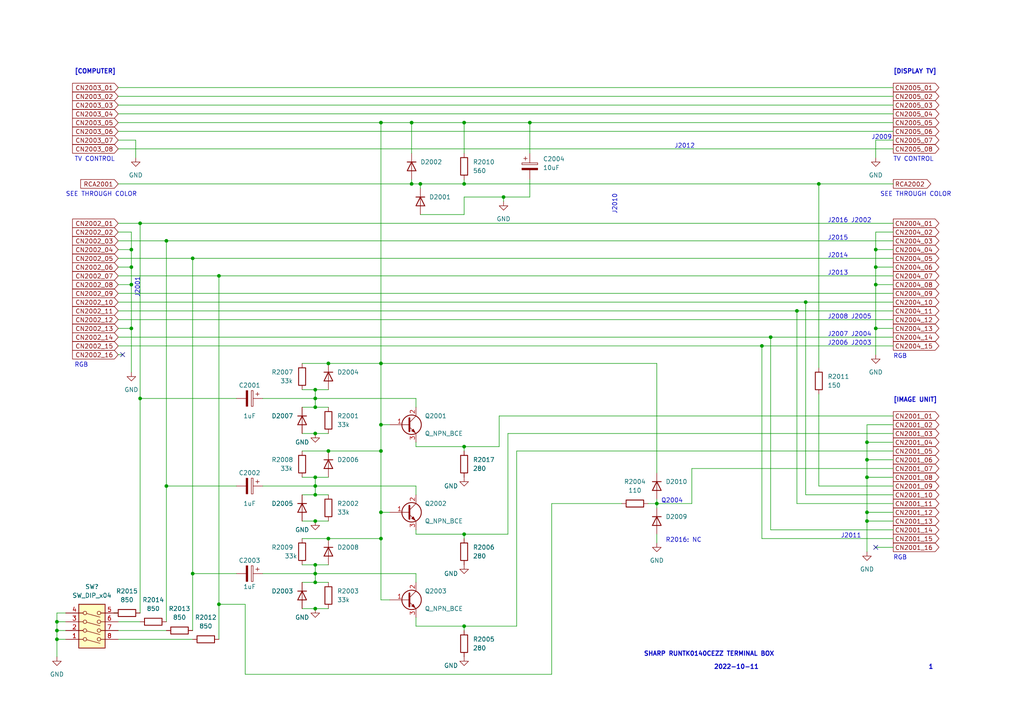
<source format=kicad_sch>
(kicad_sch (version 20211123) (generator eeschema)
  (paper "A4")
  (lib_symbols
    (symbol "Device:C_Polarized" (pin_numbers hide) (pin_names (offset 0.254))
      (property "Reference" "C" (at 0.635 2.54 0))
      (property "Value" "C_Polarized" (at 0.635 -2.54 0))
      (symbol "C_Polarized_0_1"
        (rectangle (start -2.286 0.508) (end 2.286 1.016))
        (polyline (pts (xy -1.778 2.286) (xy -0.762 2.286)))
        (polyline (pts (xy -1.27 2.794) (xy -1.27 1.778)))
        (rectangle (start 2.286 -0.508) (end -2.286 -1.016) (fill (type outline)))
      )
      (symbol "C_Polarized_1_1"
        (pin passive line (at 0 3.81 270) (length 2.794) (name "~") (number "1"))
        (pin passive line (at 0 -3.81 90) (length 2.794) (name "~") (number "2"))
      )
    )
    (symbol "Device:D" (pin_numbers hide) (pin_names (offset 1.016) hide)
      (property "Reference" "D" (at 0 2.54 0))
      (property "Value" "D" (at 0 -2.54 0))
      (symbol "D_0_1"
        (polyline (pts (xy -1.27 1.27) (xy -1.27 -1.27)) (stroke (width 0.254)))
        (polyline (pts (xy 1.27 0) (xy -1.27 0)))
        (polyline (pts (xy 1.27 1.27) (xy 1.27 -1.27) (xy -1.27 0) (xy 1.27 1.27)) (stroke (width 0.254)))
      )
      (symbol "D_1_1"
        (pin passive line (at -3.81 0 0) (length 2.54) (name "K") (number "1"))
        (pin passive line (at 3.81 0 180) (length 2.54) (name "A") (number "2"))
      )
    )
    (symbol "Device:Q_NPN_BCE" (pin_names (offset 0) hide)
      (property "Reference" "Q" (at 5.08 1.27 0))
      (property "Value" "Q_NPN_BCE" (at 5.08 -1.27 0))
      (symbol "Q_NPN_BCE_0_1"
        (polyline (pts (xy 0.635 0.635) (xy 2.54 2.54)))
        (polyline (pts (xy 0.635 -0.635) (xy 2.54 -2.54) (xy 2.54 -2.54)))
        (polyline (pts (xy 0.635 1.905) (xy 0.635 -1.905) (xy 0.635 -1.905)) (stroke (width 0.508)))
        (polyline (pts (xy 1.27 -1.778) (xy 1.778 -1.27) (xy 2.286 -2.286) (xy 1.27 -1.778) (xy 1.27 -1.778)) (fill (type outline)))
        (circle (center 1.27 0) (radius 2.8194) (stroke (width 0.254)))
      )
      (symbol "Q_NPN_BCE_1_1"
        (pin input line (at -5.08 0 0) (length 5.715) (name "B") (number "1"))
        (pin passive line (at 2.54 5.08 270) (length 2.54) (name "C") (number "2"))
        (pin passive line (at 2.54 -5.08 90) (length 2.54) (name "E") (number "3"))
      )
    )
    (symbol "Device:R" (pin_numbers hide) (pin_names (offset 0))
      (property "Reference" "R" (at 2.032 0 90))
      (property "Value" "R" (at 0 0 90))
      (symbol "R_0_1"
        (rectangle (start -1.016 -2.54) (end 1.016 2.54) (stroke (width 0.254)))
      )
      (symbol "R_1_1"
        (pin passive line (at 0 3.81 270) (length 1.27) (name "~") (number "1"))
        (pin passive line (at 0 -3.81 90) (length 1.27) (name "~") (number "2"))
      )
    )
    (symbol "Switch:SW_DIP_x04" (pin_names (offset 0) hide)
      (property "Reference" "SW" (at 0 8.89 0))
      (property "Value" "SW_DIP_x04" (at 0 -6.35 0))
      (symbol "SW_DIP_x04_0_0"
        (circle (center -2.032 -2.54) (radius 0.508))
        (circle (center -2.032 0) (radius 0.508))
        (circle (center -2.032 2.54) (radius 0.508))
        (circle (center -2.032 5.08) (radius 0.508))
        (polyline (pts (xy -1.524 -2.3876) (xy 2.3622 -1.3462)))
        (polyline (pts (xy -1.524 0.127) (xy 2.3622 1.1684)))
        (polyline (pts (xy -1.524 2.667) (xy 2.3622 3.7084)))
        (polyline (pts (xy -1.524 5.207) (xy 2.3622 6.2484)))
        (circle (center 2.032 -2.54) (radius 0.508))
        (circle (center 2.032 0) (radius 0.508))
        (circle (center 2.032 2.54) (radius 0.508))
        (circle (center 2.032 5.08) (radius 0.508))
      )
      (symbol "SW_DIP_x04_0_1"
        (rectangle (start -3.81 7.62) (end 3.81 -5.08) (stroke (width 0.254)) (fill (type background)))
      )
      (symbol "SW_DIP_x04_1_1"
        (pin passive line (at -7.62 5.08 0) (length 5.08) (name "~") (number "1"))
        (pin passive line (at -7.62 2.54 0) (length 5.08) (name "~") (number "2"))
        (pin passive line (at -7.62 0 0) (length 5.08) (name "~") (number "3"))
        (pin passive line (at -7.62 -2.54 0) (length 5.08) (name "~") (number "4"))
        (pin passive line (at 7.62 -2.54 180) (length 5.08) (name "~") (number "5"))
        (pin passive line (at 7.62 0 180) (length 5.08) (name "~") (number "6"))
        (pin passive line (at 7.62 2.54 180) (length 5.08) (name "~") (number "7"))
        (pin passive line (at 7.62 5.08 180) (length 5.08) (name "~") (number "8"))
      )
    )
    (symbol "power:GND" (power) (pin_names (offset 0))
      (property "Value" "GND" (at 0 -3.81 0))
      (symbol "GND_0_1"
        (polyline (pts (xy 0 0) (xy 0 -1.27) (xy 1.27 -1.27) (xy 0 -2.54) (xy -1.27 -1.27) (xy 0 -1.27)))
      )
      (symbol "GND_1_1"
        (pin power_in line (at 0 0 270) (length 0) hide (name "GND") (number "1"))
      )
    )
  )
  (junction (at 231.14 90.17))
  (junction (at 153.67 35.56))
  (junction (at 110.49 130.81))
  (junction (at 55.88 74.93))
  (junction (at 220.98 100.33))
  (junction (at 63.5 175.26))
  (junction (at 63.5 80.01))
  (junction (at 91.44 125.73))
  (junction (at 251.46 128.27))
  (junction (at 91.44 115.57))
  (junction (at 251.46 138.43))
  (junction (at 38.1 82.55))
  (junction (at 119.38 35.56))
  (junction (at 190.5 146.05))
  (junction (at 251.46 151.13))
  (junction (at 119.38 53.34))
  (junction (at 40.64 64.77))
  (junction (at 95.25 105.41))
  (junction (at 38.1 72.39))
  (junction (at 91.44 113.03))
  (junction (at 251.46 133.35))
  (junction (at 91.44 138.43))
  (junction (at 134.62 129.54))
  (junction (at 95.25 130.81))
  (junction (at 16.51 180.34))
  (junction (at 110.49 156.21))
  (junction (at 48.26 69.85))
  (junction (at 121.92 53.34))
  (junction (at 233.68 87.63))
  (junction (at 91.44 118.11))
  (junction (at 237.49 53.34))
  (junction (at 91.44 166.37))
  (junction (at 254 77.47))
  (junction (at 251.46 148.59))
  (junction (at 91.44 151.13))
  (junction (at 16.51 185.42))
  (junction (at 91.44 176.53))
  (junction (at 40.64 115.57))
  (junction (at 91.44 163.83))
  (junction (at 134.62 154.94))
  (junction (at 254 72.39))
  (junction (at 38.1 77.47))
  (junction (at 95.25 156.21))
  (junction (at 91.44 140.97))
  (junction (at 16.51 182.88))
  (junction (at 146.05 57.15))
  (junction (at 110.49 123.19))
  (junction (at 134.62 181.61))
  (junction (at 254 95.25))
  (junction (at 110.49 35.56))
  (junction (at 223.52 97.79))
  (junction (at 38.1 95.25))
  (junction (at 110.49 105.41))
  (junction (at 91.44 168.91))
  (junction (at 55.88 166.37))
  (junction (at 48.26 140.97))
  (junction (at 134.62 53.34))
  (junction (at 110.49 148.59))
  (junction (at 134.62 35.56))
  (junction (at 91.44 143.51))
  (junction (at 254 82.55))
  (no_connect (at 35.56 102.87))
  (no_connect (at 254 158.75))
  (wire (pts (xy 110.49 123.19) (xy 110.49 130.81)))
  (wire (pts (xy 144.78 120.65) (xy 144.78 129.54)))
  (wire (pts (xy 134.62 53.34) (xy 237.49 53.34)))
  (wire (pts (xy 113.03 148.59) (xy 110.49 148.59)))
  (wire (pts (xy 220.98 100.33) (xy 220.98 156.21)))
  (wire (pts (xy 34.29 77.47) (xy 38.1 77.47)))
  (wire (pts (xy 190.5 146.05) (xy 190.5 147.32)))
  (wire (pts (xy 91.44 115.57) (xy 91.44 118.11)))
  (wire (pts (xy 71.12 195.58) (xy 71.12 175.26)))
  (wire (pts (xy 119.38 35.56) (xy 134.62 35.56)))
  (wire (pts (xy 87.63 151.13) (xy 91.44 151.13)))
  (wire (pts (xy 39.37 40.64) (xy 39.37 45.72)))
  (wire (pts (xy 259.08 82.55) (xy 254 82.55)))
  (wire (pts (xy 121.92 53.34) (xy 121.92 54.61)))
  (wire (pts (xy 259.08 125.73) (xy 147.32 125.73)))
  (wire (pts (xy 34.29 38.1) (xy 259.08 38.1)))
  (wire (pts (xy 254 72.39) (xy 259.08 72.39)))
  (wire (pts (xy 38.1 77.47) (xy 38.1 82.55)))
  (wire (pts (xy 119.38 35.56) (xy 119.38 44.45)))
  (wire (pts (xy 237.49 114.3) (xy 237.49 140.97)))
  (wire (pts (xy 120.65 179.07) (xy 120.65 181.61)))
  (wire (pts (xy 120.65 154.94) (xy 134.62 154.94)))
  (wire (pts (xy 134.62 62.23) (xy 134.62 57.15)))
  (wire (pts (xy 120.65 140.97) (xy 120.65 143.51)))
  (wire (pts (xy 91.44 151.13) (xy 95.25 151.13)))
  (wire (pts (xy 95.25 130.81) (xy 110.49 130.81)))
  (wire (pts (xy 110.49 156.21) (xy 95.25 156.21)))
  (wire (pts (xy 34.29 74.93) (xy 55.88 74.93)))
  (wire (pts (xy 120.65 128.27) (xy 120.65 129.54)))
  (wire (pts (xy 134.62 35.56) (xy 134.62 44.45)))
  (wire (pts (xy 144.78 129.54) (xy 134.62 129.54)))
  (wire (pts (xy 134.62 154.94) (xy 134.62 156.21)))
  (wire (pts (xy 187.96 146.05) (xy 190.5 146.05)))
  (wire (pts (xy 237.49 140.97) (xy 259.08 140.97)))
  (wire (pts (xy 91.44 138.43) (xy 91.44 140.97)))
  (wire (pts (xy 120.65 166.37) (xy 120.65 168.91)))
  (wire (pts (xy 134.62 154.94) (xy 147.32 154.94)))
  (wire (pts (xy 87.63 105.41) (xy 95.25 105.41)))
  (wire (pts (xy 120.65 115.57) (xy 120.65 118.11)))
  (wire (pts (xy 91.44 118.11) (xy 95.25 118.11)))
  (wire (pts (xy 134.62 57.15) (xy 146.05 57.15)))
  (wire (pts (xy 16.51 180.34) (xy 16.51 182.88)))
  (wire (pts (xy 254 67.31) (xy 254 72.39)))
  (wire (pts (xy 254 95.25) (xy 254 82.55)))
  (wire (pts (xy 251.46 128.27) (xy 251.46 133.35)))
  (wire (pts (xy 87.63 163.83) (xy 91.44 163.83)))
  (wire (pts (xy 40.64 64.77) (xy 259.08 64.77)))
  (wire (pts (xy 254 40.64) (xy 254 45.72)))
  (wire (pts (xy 220.98 100.33) (xy 259.08 100.33)))
  (wire (pts (xy 34.29 67.31) (xy 38.1 67.31)))
  (wire (pts (xy 87.63 130.81) (xy 95.25 130.81)))
  (wire (pts (xy 134.62 129.54) (xy 134.62 130.81)))
  (wire (pts (xy 180.34 146.05) (xy 160.02 146.05)))
  (wire (pts (xy 91.44 143.51) (xy 95.25 143.51)))
  (wire (pts (xy 34.29 82.55) (xy 38.1 82.55)))
  (wire (pts (xy 259.08 123.19) (xy 251.46 123.19)))
  (wire (pts (xy 120.65 153.67) (xy 120.65 154.94)))
  (wire (pts (xy 110.49 148.59) (xy 110.49 156.21)))
  (wire (pts (xy 231.14 90.17) (xy 259.08 90.17)))
  (wire (pts (xy 223.52 153.67) (xy 259.08 153.67)))
  (wire (pts (xy 200.66 146.05) (xy 190.5 146.05)))
  (wire (pts (xy 34.29 35.56) (xy 110.49 35.56)))
  (wire (pts (xy 34.29 33.02) (xy 259.08 33.02)))
  (wire (pts (xy 200.66 146.05) (xy 200.66 135.89)))
  (wire (pts (xy 110.49 156.21) (xy 110.49 173.99)))
  (wire (pts (xy 91.44 163.83) (xy 91.44 166.37)))
  (wire (pts (xy 220.98 156.21) (xy 259.08 156.21)))
  (wire (pts (xy 91.44 163.83) (xy 95.25 163.83)))
  (wire (pts (xy 153.67 52.07) (xy 153.67 57.15)))
  (wire (pts (xy 87.63 138.43) (xy 91.44 138.43)))
  (wire (pts (xy 91.44 113.03) (xy 95.25 113.03)))
  (wire (pts (xy 147.32 125.73) (xy 147.32 154.94)))
  (wire (pts (xy 121.92 53.34) (xy 134.62 53.34)))
  (wire (pts (xy 48.26 69.85) (xy 259.08 69.85)))
  (wire (pts (xy 40.64 115.57) (xy 40.64 177.8)))
  (wire (pts (xy 113.03 123.19) (xy 110.49 123.19)))
  (wire (pts (xy 71.12 175.26) (xy 63.5 175.26)))
  (wire (pts (xy 251.46 151.13) (xy 251.46 160.02)))
  (wire (pts (xy 223.52 97.79) (xy 259.08 97.79)))
  (wire (pts (xy 110.49 123.19) (xy 110.49 105.41)))
  (wire (pts (xy 91.44 176.53) (xy 95.25 176.53)))
  (wire (pts (xy 153.67 57.15) (xy 146.05 57.15)))
  (wire (pts (xy 254 95.25) (xy 254 102.87)))
  (wire (pts (xy 34.29 92.71) (xy 259.08 92.71)))
  (wire (pts (xy 149.86 130.81) (xy 259.08 130.81)))
  (wire (pts (xy 87.63 125.73) (xy 91.44 125.73)))
  (wire (pts (xy 144.78 120.65) (xy 259.08 120.65)))
  (wire (pts (xy 48.26 140.97) (xy 68.58 140.97)))
  (wire (pts (xy 34.29 100.33) (xy 220.98 100.33)))
  (wire (pts (xy 251.46 133.35) (xy 259.08 133.35)))
  (wire (pts (xy 134.62 181.61) (xy 149.86 181.61)))
  (wire (pts (xy 34.29 30.48) (xy 259.08 30.48)))
  (wire (pts (xy 233.68 87.63) (xy 233.68 143.51)))
  (wire (pts (xy 251.46 151.13) (xy 259.08 151.13)))
  (wire (pts (xy 95.25 105.41) (xy 110.49 105.41)))
  (wire (pts (xy 153.67 35.56) (xy 153.67 44.45)))
  (wire (pts (xy 87.63 113.03) (xy 91.44 113.03)))
  (wire (pts (xy 34.29 25.4) (xy 259.08 25.4)))
  (wire (pts (xy 113.03 173.99) (xy 110.49 173.99)))
  (wire (pts (xy 110.49 35.56) (xy 110.49 105.41)))
  (wire (pts (xy 251.46 128.27) (xy 259.08 128.27)))
  (wire (pts (xy 233.68 87.63) (xy 259.08 87.63)))
  (wire (pts (xy 91.44 140.97) (xy 91.44 143.51)))
  (wire (pts (xy 55.88 166.37) (xy 55.88 182.88)))
  (wire (pts (xy 34.29 80.01) (xy 63.5 80.01)))
  (wire (pts (xy 251.46 138.43) (xy 251.46 148.59)))
  (wire (pts (xy 233.68 143.51) (xy 259.08 143.51)))
  (wire (pts (xy 40.64 64.77) (xy 40.64 115.57)))
  (wire (pts (xy 149.86 181.61) (xy 149.86 130.81)))
  (wire (pts (xy 63.5 80.01) (xy 259.08 80.01)))
  (wire (pts (xy 91.44 115.57) (xy 91.44 113.03)))
  (wire (pts (xy 91.44 168.91) (xy 95.25 168.91)))
  (wire (pts (xy 34.29 72.39) (xy 38.1 72.39)))
  (wire (pts (xy 251.46 138.43) (xy 259.08 138.43)))
  (wire (pts (xy 87.63 176.53) (xy 91.44 176.53)))
  (wire (pts (xy 120.65 129.54) (xy 134.62 129.54)))
  (wire (pts (xy 38.1 72.39) (xy 38.1 77.47)))
  (wire (pts (xy 34.29 87.63) (xy 233.68 87.63)))
  (wire (pts (xy 34.29 97.79) (xy 223.52 97.79)))
  (wire (pts (xy 259.08 40.64) (xy 254 40.64)))
  (wire (pts (xy 134.62 52.07) (xy 134.62 53.34)))
  (wire (pts (xy 91.44 138.43) (xy 95.25 138.43)))
  (wire (pts (xy 87.63 156.21) (xy 95.25 156.21)))
  (wire (pts (xy 38.1 82.55) (xy 38.1 95.25)))
  (wire (pts (xy 91.44 166.37) (xy 91.44 168.91)))
  (wire (pts (xy 110.49 35.56) (xy 119.38 35.56)))
  (wire (pts (xy 34.29 182.88) (xy 48.26 182.88)))
  (wire (pts (xy 200.66 135.89) (xy 259.08 135.89)))
  (wire (pts (xy 16.51 182.88) (xy 19.05 182.88)))
  (wire (pts (xy 259.08 77.47) (xy 254 77.47)))
  (wire (pts (xy 16.51 180.34) (xy 19.05 180.34)))
  (wire (pts (xy 40.64 115.57) (xy 68.58 115.57)))
  (wire (pts (xy 119.38 53.34) (xy 121.92 53.34)))
  (wire (pts (xy 120.65 181.61) (xy 134.62 181.61)))
  (wire (pts (xy 76.2 140.97) (xy 91.44 140.97)))
  (wire (pts (xy 259.08 67.31) (xy 254 67.31)))
  (wire (pts (xy 19.05 177.8) (xy 16.51 177.8)))
  (wire (pts (xy 55.88 74.93) (xy 259.08 74.93)))
  (wire (pts (xy 237.49 53.34) (xy 259.08 53.34)))
  (wire (pts (xy 91.44 115.57) (xy 120.65 115.57)))
  (wire (pts (xy 190.5 105.41) (xy 190.5 137.16)))
  (wire (pts (xy 121.92 62.23) (xy 134.62 62.23)))
  (wire (pts (xy 251.46 148.59) (xy 251.46 151.13)))
  (wire (pts (xy 87.63 168.91) (xy 91.44 168.91)))
  (wire (pts (xy 34.29 85.09) (xy 259.08 85.09)))
  (wire (pts (xy 34.29 27.94) (xy 259.08 27.94)))
  (wire (pts (xy 254 158.75) (xy 259.08 158.75)))
  (wire (pts (xy 91.44 125.73) (xy 95.25 125.73)))
  (wire (pts (xy 16.51 185.42) (xy 19.05 185.42)))
  (wire (pts (xy 87.63 118.11) (xy 91.44 118.11)))
  (wire (pts (xy 38.1 95.25) (xy 38.1 107.95)))
  (wire (pts (xy 231.14 146.05) (xy 259.08 146.05)))
  (wire (pts (xy 34.29 102.87) (xy 35.56 102.87)))
  (wire (pts (xy 48.26 140.97) (xy 48.26 180.34)))
  (wire (pts (xy 63.5 175.26) (xy 63.5 185.42)))
  (wire (pts (xy 237.49 53.34) (xy 237.49 106.68)))
  (wire (pts (xy 251.46 148.59) (xy 259.08 148.59)))
  (wire (pts (xy 91.44 140.97) (xy 120.65 140.97)))
  (wire (pts (xy 87.63 143.51) (xy 91.44 143.51)))
  (wire (pts (xy 153.67 35.56) (xy 259.08 35.56)))
  (wire (pts (xy 34.29 185.42) (xy 55.88 185.42)))
  (wire (pts (xy 38.1 67.31) (xy 38.1 72.39)))
  (wire (pts (xy 55.88 74.93) (xy 55.88 166.37)))
  (wire (pts (xy 16.51 177.8) (xy 16.51 180.34)))
  (wire (pts (xy 55.88 166.37) (xy 68.58 166.37)))
  (wire (pts (xy 48.26 69.85) (xy 48.26 140.97)))
  (wire (pts (xy 34.29 90.17) (xy 231.14 90.17)))
  (wire (pts (xy 34.29 43.18) (xy 259.08 43.18)))
  (wire (pts (xy 34.29 53.34) (xy 119.38 53.34)))
  (wire (pts (xy 16.51 185.42) (xy 16.51 190.5)))
  (wire (pts (xy 254 82.55) (xy 254 77.47)))
  (wire (pts (xy 251.46 123.19) (xy 251.46 128.27)))
  (wire (pts (xy 34.29 64.77) (xy 40.64 64.77)))
  (wire (pts (xy 119.38 52.07) (xy 119.38 53.34)))
  (wire (pts (xy 110.49 130.81) (xy 110.49 148.59)))
  (wire (pts (xy 34.29 40.64) (xy 39.37 40.64)))
  (wire (pts (xy 231.14 90.17) (xy 231.14 146.05)))
  (wire (pts (xy 160.02 146.05) (xy 160.02 195.58)))
  (wire (pts (xy 251.46 133.35) (xy 251.46 138.43)))
  (wire (pts (xy 110.49 105.41) (xy 190.5 105.41)))
  (wire (pts (xy 34.29 180.34) (xy 40.64 180.34)))
  (wire (pts (xy 160.02 195.58) (xy 71.12 195.58)))
  (wire (pts (xy 76.2 166.37) (xy 91.44 166.37)))
  (wire (pts (xy 34.29 69.85) (xy 48.26 69.85)))
  (wire (pts (xy 190.5 144.78) (xy 190.5 146.05)))
  (wire (pts (xy 76.2 115.57) (xy 91.44 115.57)))
  (wire (pts (xy 134.62 35.56) (xy 153.67 35.56)))
  (wire (pts (xy 223.52 97.79) (xy 223.52 153.67)))
  (wire (pts (xy 63.5 80.01) (xy 63.5 175.26)))
  (wire (pts (xy 34.29 95.25) (xy 38.1 95.25)))
  (wire (pts (xy 254 77.47) (xy 254 72.39)))
  (wire (pts (xy 146.05 57.15) (xy 146.05 58.42)))
  (wire (pts (xy 134.62 182.88) (xy 134.62 181.61)))
  (wire (pts (xy 259.08 95.25) (xy 254 95.25)))
  (wire (pts (xy 16.51 182.88) (xy 16.51 185.42)))
  (wire (pts (xy 190.5 154.94) (xy 190.5 157.48)))
  (wire (pts (xy 91.44 166.37) (xy 120.65 166.37)))
  (wire (pts (xy 34.29 177.8) (xy 33.02 177.8)))
  (text "R2016: NC" (at 193.04 157.48 0) (effects (font (size 1.27 1.27)) (justify left bottom)))
  (text "J2016 J2002" (at 240.03 64.77 0) (effects (font (size 1.27 1.27)) (justify left bottom)))
  (text "J2010" (at 179.07 62.23 90) (effects (font (size 1.27 1.27)) (justify left bottom)))
  (text "SEE THROUGH COLOR" (at 255.27 57.15 0) (effects (font (size 1.27 1.27)) (justify left bottom)))
  (text "[IMAGE UNIT]" (at 259.08 116.84 0) (effects (font (size 1.27 1.27) (thickness 0.254) bold) (justify left bottom)))
  (text "RGB" (at 259.08 104.14 0) (effects (font (size 1.27 1.27)) (justify left bottom)))
  (text "J2013" (at 240.03 80.01 0) (effects (font (size 1.27 1.27)) (justify left bottom)))
  (text "RGB" (at 21.59 106.68 0) (effects (font (size 1.27 1.27)) (justify left bottom)))
  (text "J2001" (at 40.64 86.36 90) (effects (font (size 1.27 1.27)) (justify left bottom)))
  (text "RGB" (at 259.08 162.56 0) (effects (font (size 1.27 1.27)) (justify left bottom)))
  (text "1" (at 269.24 194.31 0) (effects (font (size 1.27 1.27) bold) (justify left bottom)))
  (text "SEE THROUGH COLOR" (at 19.05 57.15 0) (effects (font (size 1.27 1.27)) (justify left bottom)))
  (text "J2008 J2005" (at 240.03 92.71 0) (effects (font (size 1.27 1.27)) (justify left bottom)))
  (text "J2006 J2003" (at 240.03 100.33 0) (effects (font (size 1.27 1.27)) (justify left bottom)))
  (text "2022-10-11" (at 207.01 194.31 0) (effects (font (size 1.27 1.27) bold) (justify left bottom)))
  (text "J2014\n" (at 240.03 74.93 0) (effects (font (size 1.27 1.27)) (justify left bottom)))
  (text "J2011" (at 243.84 156.21 0) (effects (font (size 1.27 1.27)) (justify left bottom)))
  (text "[COMPUTER]" (at 21.59 21.59 0) (effects (font (size 1.27 1.27) (thickness 0.254) bold) (justify left bottom)))
  (text "J2009" (at 252.73 40.64 0) (effects (font (size 1.27 1.27)) (justify left bottom)))
  (text "J2015" (at 240.03 69.85 0) (effects (font (size 1.27 1.27)) (justify left bottom)))
  (text "TV CONTROL" (at 21.59 46.99 0) (effects (font (size 1.27 1.27)) (justify left bottom)))
  (text "J2012" (at 195.58 43.18 0) (effects (font (size 1.27 1.27)) (justify left bottom)))
  (text "TV CONTROL" (at 259.08 46.99 0) (effects (font (size 1.27 1.27)) (justify left bottom)))
  (text "[DISPLAY TV]" (at 259.08 21.59 0) (effects (font (size 1.27 1.27) (thickness 0.254) bold) (justify left bottom)))
  (text "J2007 J2004\n" (at 240.03 97.79 0) (effects (font (size 1.27 1.27)) (justify left bottom)))
  (text "Q2004" (at 198.12 146.05 180) (effects (font (size 1.27 1.27)) (justify right bottom)))
  (text "SHARP RUNTK0140CEZZ TERMINAL BOX" (at 186.69 190.5 0) (effects (font (size 1.27 1.27) (thickness 0.254) bold) (justify left bottom)))
  (global_label "RCA2002" (shape output) (at 259.08 53.34 0) (property "Intersheet References" "${INTERSHEET_REFS}" (effects hide)))
  (global_label "CN2005_04" (shape output) (at 259.08 33.02 0) (property "Intersheet References" "${INTERSHEET_REFS}" (effects hide)))
  (global_label "CN2005_06" (shape output) (at 259.08 38.1 0) (property "Intersheet References" "${INTERSHEET_REFS}" (effects hide)))
  (global_label "CN2001_03" (shape output) (at 259.08 125.73 0) (property "Intersheet References" "${INTERSHEET_REFS}" (effects hide)))
  (global_label "CN2002_12" (shape input) (at 34.29 92.71 180) (property "Intersheet References" "${INTERSHEET_REFS}" (effects hide)))
  (global_label "CN2004_08" (shape output) (at 259.08 82.55 0) (property "Intersheet References" "${INTERSHEET_REFS}" (effects hide)))
  (global_label "CN2002_03" (shape input) (at 34.29 69.85 180) (property "Intersheet References" "${INTERSHEET_REFS}" (effects hide)))
  (global_label "CN2002_15" (shape input) (at 34.29 100.33 180) (property "Intersheet References" "${INTERSHEET_REFS}" (effects hide)))
  (global_label "CN2001_16" (shape output) (at 259.08 158.75 0) (property "Intersheet References" "${INTERSHEET_REFS}" (effects hide)))
  (global_label "CN2004_06" (shape output) (at 259.08 77.47 0) (property "Intersheet References" "${INTERSHEET_REFS}" (effects hide)))
  (global_label "CN2002_07" (shape input) (at 34.29 80.01 180) (property "Intersheet References" "${INTERSHEET_REFS}" (effects hide)))
  (global_label "CN2005_05" (shape output) (at 259.08 35.56 0) (property "Intersheet References" "${INTERSHEET_REFS}" (effects hide)))
  (global_label "CN2001_07" (shape output) (at 259.08 135.89 0) (property "Intersheet References" "${INTERSHEET_REFS}" (effects hide)))
  (global_label "CN2004_02" (shape output) (at 259.08 67.31 0) (property "Intersheet References" "${INTERSHEET_REFS}" (effects hide)))
  (global_label "CN2004_01" (shape output) (at 259.08 64.77 0) (property "Intersheet References" "${INTERSHEET_REFS}" (effects hide)))
  (global_label "CN2001_13" (shape output) (at 259.08 151.13 0) (property "Intersheet References" "${INTERSHEET_REFS}" (effects hide)))
  (global_label "CN2004_14" (shape output) (at 259.08 97.79 0) (property "Intersheet References" "${INTERSHEET_REFS}" (effects hide)))
  (global_label "CN2003_06" (shape input) (at 34.29 38.1 180) (property "Intersheet References" "${INTERSHEET_REFS}" (effects hide)))
  (global_label "CN2002_09" (shape input) (at 34.29 85.09 180) (property "Intersheet References" "${INTERSHEET_REFS}" (effects hide)))
  (global_label "CN2004_05" (shape output) (at 259.08 74.93 0) (property "Intersheet References" "${INTERSHEET_REFS}" (effects hide)))
  (global_label "CN2002_16" (shape input) (at 34.29 102.87 180) (property "Intersheet References" "${INTERSHEET_REFS}" (effects hide)))
  (global_label "RCA2001" (shape input) (at 34.29 53.34 180) (property "Intersheet References" "${INTERSHEET_REFS}" (effects hide)))
  (global_label "CN2003_07" (shape input) (at 34.29 40.64 180) (property "Intersheet References" "${INTERSHEET_REFS}" (effects hide)))
  (global_label "CN2002_05" (shape input) (at 34.29 74.93 180) (property "Intersheet References" "${INTERSHEET_REFS}" (effects hide)))
  (global_label "CN2001_04" (shape output) (at 259.08 128.27 0) (property "Intersheet References" "${INTERSHEET_REFS}" (effects hide)))
  (global_label "CN2004_12" (shape output) (at 259.08 92.71 0) (property "Intersheet References" "${INTERSHEET_REFS}" (effects hide)))
  (global_label "CN2002_14" (shape input) (at 34.29 97.79 180) (property "Intersheet References" "${INTERSHEET_REFS}" (effects hide)))
  (global_label "CN2001_01" (shape output) (at 259.08 120.65 0) (property "Intersheet References" "${INTERSHEET_REFS}" (effects hide)))
  (global_label "CN2002_06" (shape input) (at 34.29 77.47 180) (property "Intersheet References" "${INTERSHEET_REFS}" (effects hide)))
  (global_label "CN2002_11" (shape input) (at 34.29 90.17 180) (property "Intersheet References" "${INTERSHEET_REFS}" (effects hide)))
  (global_label "CN2002_01" (shape input) (at 34.29 64.77 180) (property "Intersheet References" "${INTERSHEET_REFS}" (effects hide)))
  (global_label "CN2002_04" (shape input) (at 34.29 72.39 180) (property "Intersheet References" "${INTERSHEET_REFS}" (effects hide)))
  (global_label "CN2003_01" (shape input) (at 34.29 25.4 180) (property "Intersheet References" "${INTERSHEET_REFS}" (effects hide)))
  (global_label "CN2005_01" (shape output) (at 259.08 25.4 0) (property "Intersheet References" "${INTERSHEET_REFS}" (effects hide)))
  (global_label "CN2002_13" (shape input) (at 34.29 95.25 180) (property "Intersheet References" "${INTERSHEET_REFS}" (effects hide)))
  (global_label "CN2004_03" (shape output) (at 259.08 69.85 0) (property "Intersheet References" "${INTERSHEET_REFS}" (effects hide)))
  (global_label "CN2002_08" (shape input) (at 34.29 82.55 180) (property "Intersheet References" "${INTERSHEET_REFS}" (effects hide)))
  (global_label "CN2005_03" (shape output) (at 259.08 30.48 0) (property "Intersheet References" "${INTERSHEET_REFS}" (effects hide)))
  (global_label "CN2005_02" (shape output) (at 259.08 27.94 0) (property "Intersheet References" "${INTERSHEET_REFS}" (effects hide)))
  (global_label "CN2004_13" (shape output) (at 259.08 95.25 0) (property "Intersheet References" "${INTERSHEET_REFS}" (effects hide)))
  (global_label "CN2001_15" (shape output) (at 259.08 156.21 0) (property "Intersheet References" "${INTERSHEET_REFS}" (effects hide)))
  (global_label "CN2003_08" (shape input) (at 34.29 43.18 180) (property "Intersheet References" "${INTERSHEET_REFS}" (effects hide)))
  (global_label "CN2002_10" (shape input) (at 34.29 87.63 180) (property "Intersheet References" "${INTERSHEET_REFS}" (effects hide)))
  (global_label "CN2004_07" (shape output) (at 259.08 80.01 0) (property "Intersheet References" "${INTERSHEET_REFS}" (effects hide)))
  (global_label "CN2004_11" (shape output) (at 259.08 90.17 0) (property "Intersheet References" "${INTERSHEET_REFS}" (effects hide)))
  (global_label "CN2001_10" (shape output) (at 259.08 143.51 0) (property "Intersheet References" "${INTERSHEET_REFS}" (effects hide)))
  (global_label "CN2003_03" (shape input) (at 34.29 30.48 180) (property "Intersheet References" "${INTERSHEET_REFS}" (effects hide)))
  (global_label "CN2001_12" (shape output) (at 259.08 148.59 0) (property "Intersheet References" "${INTERSHEET_REFS}" (effects hide)))
  (global_label "CN2001_11" (shape output) (at 259.08 146.05 0) (property "Intersheet References" "${INTERSHEET_REFS}" (effects hide)))
  (global_label "CN2005_08" (shape output) (at 259.08 43.18 0) (property "Intersheet References" "${INTERSHEET_REFS}" (effects hide)))
  (global_label "CN2001_08" (shape output) (at 259.08 138.43 0) (property "Intersheet References" "${INTERSHEET_REFS}" (effects hide)))
  (global_label "CN2001_09" (shape output) (at 259.08 140.97 0) (property "Intersheet References" "${INTERSHEET_REFS}" (effects hide)))
  (global_label "CN2003_04" (shape input) (at 34.29 33.02 180) (property "Intersheet References" "${INTERSHEET_REFS}" (effects hide)))
  (global_label "CN2001_14" (shape output) (at 259.08 153.67 0) (property "Intersheet References" "${INTERSHEET_REFS}" (effects hide)))
  (global_label "CN2005_07" (shape output) (at 259.08 40.64 0) (property "Intersheet References" "${INTERSHEET_REFS}" (effects hide)))
  (global_label "CN2004_09" (shape output) (at 259.08 85.09 0) (property "Intersheet References" "${INTERSHEET_REFS}" (effects hide)))
  (global_label "CN2004_15" (shape output) (at 259.08 100.33 0) (property "Intersheet References" "${INTERSHEET_REFS}" (effects hide)))
  (global_label "CN2002_02" (shape input) (at 34.29 67.31 180) (property "Intersheet References" "${INTERSHEET_REFS}" (effects hide)))
  (global_label "CN2001_05" (shape output) (at 259.08 130.81 0) (property "Intersheet References" "${INTERSHEET_REFS}" (effects hide)))
  (global_label "CN2003_02" (shape input) (at 34.29 27.94 180) (property "Intersheet References" "${INTERSHEET_REFS}" (effects hide)))
  (global_label "CN2001_06" (shape output) (at 259.08 133.35 0) (property "Intersheet References" "${INTERSHEET_REFS}" (effects hide)))
  (global_label "CN2004_10" (shape output) (at 259.08 87.63 0) (property "Intersheet References" "${INTERSHEET_REFS}" (effects hide)))
  (global_label "CN2003_05" (shape input) (at 34.29 35.56 180) (property "Intersheet References" "${INTERSHEET_REFS}" (effects hide)))
  (global_label "CN2001_02" (shape output) (at 259.08 123.19 0) (property "Intersheet References" "${INTERSHEET_REFS}" (effects hide)))
  (global_label "CN2004_04" (shape output) (at 259.08 72.39 0) (property "Intersheet References" "${INTERSHEET_REFS}" (effects hide)))
  (symbol (lib_id "Device:R") (at 237.49 110.49 180) (unit 1)
    (property "Reference" "R2011" (at 240.03 109.2199 0) (effects (justify right)))
    (property "Value" "150" (at 240.03 111.7599 0) (effects (justify right)))
  )
  (symbol (lib_id "Device:Q_NPN_BCE") (at 118.11 173.99 0) (unit 1)
    (property "Reference" "Q2003" (at 123.19 171.45 0) (effects (justify left)))
    (property "Value" "Q_NPN_BCE" (at 123.19 176.53 0) (effects (justify left)))
  )
  (symbol (lib_id "Device:R") (at 87.63 134.62 0) (unit 1)
    (property "Reference" "R2008" (at 78.74 133.35 0) (effects (justify left)))
    (property "Value" "33k" (at 81.28 135.89 0) (effects (justify left)))
  )
  (symbol (lib_id "Device:D") (at 95.25 109.22 90) (mirror x) (unit 1)
    (property "Reference" "D2004" (at 97.79 107.95 90) (effects (justify right)))
    (property "Value" "?" (effects hide))
  )
  (symbol (lib_id "Device:R") (at 134.62 134.62 0) (unit 1)
    (property "Reference" "R2017" (at 137.16 133.3499 0) (effects (justify left)))
    (property "Value" "280" (at 137.16 135.8899 0) (effects (justify left)))
  )
  (symbol (lib_id "power:GND") (at 254 102.87 0) (unit 1)
    (property "Reference" "#PWR?" (effects hide))
    (property "Value" "GND" (at 254 107.95 0))
  )
  (symbol (lib_id "Device:R") (at 44.45 180.34 270) (unit 1)
    (property "Reference" "R2014" (at 44.45 173.99 90))
    (property "Value" "850" (at 44.45 176.53 90))
  )
  (symbol (lib_id "Device:D") (at 87.63 172.72 90) (mirror x) (unit 1)
    (property "Reference" "D2003" (at 78.74 171.45 90) (effects (justify right)))
    (property "Value" "?" (effects hide))
  )
  (symbol (lib_id "Device:C_Polarized") (at 153.67 48.26 0) (unit 1)
    (property "Reference" "C2004" (at 157.48 46.1009 0) (effects (justify left)))
    (property "Value" "10uF" (at 157.48 48.6409 0) (effects (justify left)))
  )
  (symbol (lib_id "Device:R") (at 36.83 177.8 270) (unit 1)
    (property "Reference" "R2015" (at 36.83 171.45 90))
    (property "Value" "850" (at 36.83 173.99 90))
  )
  (symbol (lib_id "power:GND") (at 134.62 163.83 0) (unit 1)
    (property "Reference" "#PWR?" (effects hide))
    (property "Value" "GND" (at 130.81 166.37 0))
  )
  (symbol (lib_id "Device:R") (at 95.25 147.32 0) (unit 1)
    (property "Reference" "R2002" (at 97.79 146.0499 0) (effects (justify left)))
    (property "Value" "33k" (at 97.79 148.5899 0) (effects (justify left)))
  )
  (symbol (lib_id "Device:D") (at 87.63 147.32 90) (mirror x) (unit 1)
    (property "Reference" "D2005" (at 78.74 146.05 90) (effects (justify right)))
    (property "Value" "?" (effects hide))
  )
  (symbol (lib_id "Device:Q_NPN_BCE") (at 118.11 123.19 0) (unit 1)
    (property "Reference" "Q2001" (at 123.19 120.65 0) (effects (justify left)))
    (property "Value" "Q_NPN_BCE" (at 123.19 125.73 0) (effects (justify left)))
  )
  (symbol (lib_id "Device:R") (at 87.63 109.22 0) (unit 1)
    (property "Reference" "R2007" (at 78.74 107.95 0) (effects (justify left)))
    (property "Value" "33k" (at 81.28 110.49 0) (effects (justify left)))
  )
  (symbol (lib_id "Device:D") (at 87.63 121.92 90) (mirror x) (unit 1)
    (property "Reference" "D2007" (at 78.74 120.65 90) (effects (justify right)))
    (property "Value" "?" (effects hide))
  )
  (symbol (lib_id "Device:R") (at 134.62 48.26 0) (unit 1)
    (property "Reference" "R2010" (at 137.16 46.9899 0) (effects (justify left)))
    (property "Value" "560" (at 137.16 49.5299 0) (effects (justify left)))
  )
  (symbol (lib_id "power:GND") (at 146.05 58.42 0) (unit 1)
    (property "Reference" "#PWR?" (effects hide))
    (property "Value" "GND" (at 146.05 63.5 0))
  )
  (symbol (lib_id "Device:R") (at 87.63 160.02 0) (unit 1)
    (property "Reference" "R2009" (at 78.74 158.75 0) (effects (justify left)))
    (property "Value" "33k" (at 82.55 161.29 0) (effects (justify left)))
  )
  (symbol (lib_id "Device:D") (at 190.5 140.97 90) (mirror x) (unit 1)
    (property "Reference" "D2010" (at 193.04 139.7 90) (effects (justify right)))
    (property "Value" "?" (effects hide))
  )
  (symbol (lib_id "power:GND") (at 251.46 160.02 0) (unit 1)
    (property "Reference" "#PWR?" (effects hide))
    (property "Value" "GND" (at 251.46 165.1 0))
  )
  (symbol (lib_id "Device:D") (at 119.38 48.26 270) (unit 1)
    (property "Reference" "D2002" (at 121.92 46.9899 90) (effects (justify left)))
    (property "Value" "?" (effects hide))
  )
  (symbol (lib_id "Device:D") (at 95.25 134.62 90) (mirror x) (unit 1)
    (property "Reference" "D2006" (at 97.79 133.35 90) (effects (justify right)))
    (property "Value" "?" (effects hide))
  )
  (symbol (lib_id "power:GND") (at 39.37 45.72 0) (unit 1)
    (property "Reference" "#PWR?" (effects hide))
    (property "Value" "GND" (at 39.37 50.8 0))
  )
  (symbol (lib_id "Device:C_Polarized") (at 72.39 140.97 270) (unit 1)
    (property "Reference" "C2002" (at 72.39 137.16 90))
    (property "Value" "1uF" (at 72.39 146.05 90))
  )
  (symbol (lib_id "Device:R") (at 95.25 121.92 0) (unit 1)
    (property "Reference" "R2001" (at 97.79 120.6499 0) (effects (justify left)))
    (property "Value" "33k" (at 97.79 123.1899 0) (effects (justify left)))
  )
  (symbol (lib_id "Device:C_Polarized") (at 72.39 166.37 270) (unit 1)
    (property "Reference" "C2003" (at 72.39 162.56 90))
    (property "Value" "1uF" (at 72.39 170.18 90))
  )
  (symbol (lib_id "Device:D") (at 121.92 58.42 270) (unit 1)
    (property "Reference" "D2001" (at 124.46 57.1499 90) (effects (justify left)))
    (property "Value" "?" (effects hide))
  )
  (symbol (lib_id "power:GND") (at 16.51 190.5 0) (unit 1)
    (property "Reference" "#PWR?" (effects hide))
    (property "Value" "GND" (at 16.51 195.58 0))
  )
  (symbol (lib_id "power:GND") (at 134.62 190.5 0) (unit 1)
    (property "Reference" "#PWR?" (effects hide))
    (property "Value" "GND" (at 130.81 193.04 0))
  )
  (symbol (lib_id "Device:R") (at 134.62 160.02 0) (unit 1)
    (property "Reference" "R2006" (at 137.16 158.7499 0) (effects (justify left)))
    (property "Value" "280" (at 137.16 161.2899 0) (effects (justify left)))
  )
  (symbol (lib_id "power:GND") (at 254 45.72 0) (unit 1)
    (property "Reference" "#PWR?" (effects hide))
    (property "Value" "GND" (at 254 50.8 0))
  )
  (symbol (lib_id "Switch:SW_DIP_x04") (at 26.67 180.34 0) (mirror x) (unit 1)
    (property "Reference" "SW?" (at 26.67 170.18 0))
    (property "Value" "SW_DIP_x04" (at 26.67 172.72 0))
  )
  (symbol (lib_id "Device:Q_NPN_BCE") (at 118.11 148.59 0) (unit 1)
    (property "Reference" "Q2002" (at 123.19 146.05 0) (effects (justify left)))
    (property "Value" "Q_NPN_BCE" (at 123.19 151.13 0) (effects (justify left)))
  )
  (symbol (lib_id "power:GND") (at 190.5 157.48 0) (unit 1)
    (property "Reference" "#PWR?" (effects hide))
    (property "Value" "GND" (at 190.5 162.56 0))
  )
  (symbol (lib_id "Device:R") (at 134.62 186.69 0) (unit 1)
    (property "Reference" "R2005" (at 137.16 185.4199 0) (effects (justify left)))
    (property "Value" "280" (at 137.16 187.9599 0) (effects (justify left)))
  )
  (symbol (lib_id "Device:D") (at 95.25 160.02 90) (mirror x) (unit 1)
    (property "Reference" "D2008" (at 97.79 158.75 90) (effects (justify right)))
    (property "Value" "?" (effects hide))
  )
  (symbol (lib_id "Device:D") (at 190.5 151.13 90) (mirror x) (unit 1)
    (property "Reference" "D2009" (at 193.04 149.86 90) (effects (justify right)))
    (property "Value" "?" (effects hide))
  )
  (symbol (lib_id "power:GND") (at 134.62 138.43 0) (unit 1)
    (property "Reference" "#PWR?" (effects hide))
    (property "Value" "GND" (at 130.81 140.97 0))
  )
  (symbol (lib_id "Device:R") (at 59.69 185.42 270) (unit 1)
    (property "Reference" "R2012" (at 59.69 179.07 90))
    (property "Value" "850" (at 59.69 181.61 90))
  )
  (symbol (lib_id "power:GND") (at 38.1 107.95 0) (unit 1)
    (property "Reference" "#PWR?" (effects hide))
    (property "Value" "GND" (at 38.1 113.03 0))
  )
  (symbol (lib_id "power:GND") (at 91.44 176.53 0) (unit 1)
    (property "Reference" "#PWR?" (effects hide))
    (property "Value" "GND" (at 87.63 179.07 0))
  )
  (symbol (lib_id "Device:R") (at 95.25 172.72 0) (unit 1)
    (property "Reference" "R2003" (at 97.79 171.4499 0) (effects (justify left)))
    (property "Value" "33k" (at 97.79 173.9899 0) (effects (justify left)))
  )
  (symbol (lib_id "Device:R") (at 52.07 182.88 270) (unit 1)
    (property "Reference" "R2013" (at 52.07 176.53 90))
    (property "Value" "850" (at 52.07 179.07 90))
  )
  (symbol (lib_id "power:GND") (at 91.44 125.73 0) (unit 1)
    (property "Reference" "#PWR?" (effects hide))
    (property "Value" "GND" (at 87.63 128.27 0))
  )
  (symbol (lib_id "Device:R") (at 184.15 146.05 270) (unit 1)
    (property "Reference" "R2004" (at 184.15 139.7 90))
    (property "Value" "110" (at 184.15 142.24 90))
  )
  (symbol (lib_id "Device:C_Polarized") (at 72.39 115.57 270) (unit 1)
    (property "Reference" "C2001" (at 72.39 111.76 90))
    (property "Value" "1uF" (at 72.39 120.65 90))
  )
  (symbol (lib_id "power:GND") (at 91.44 151.13 0) (unit 1)
    (property "Reference" "#PWR?" (effects hide))
    (property "Value" "GND" (at 87.63 153.67 0))
  )
)
</source>
